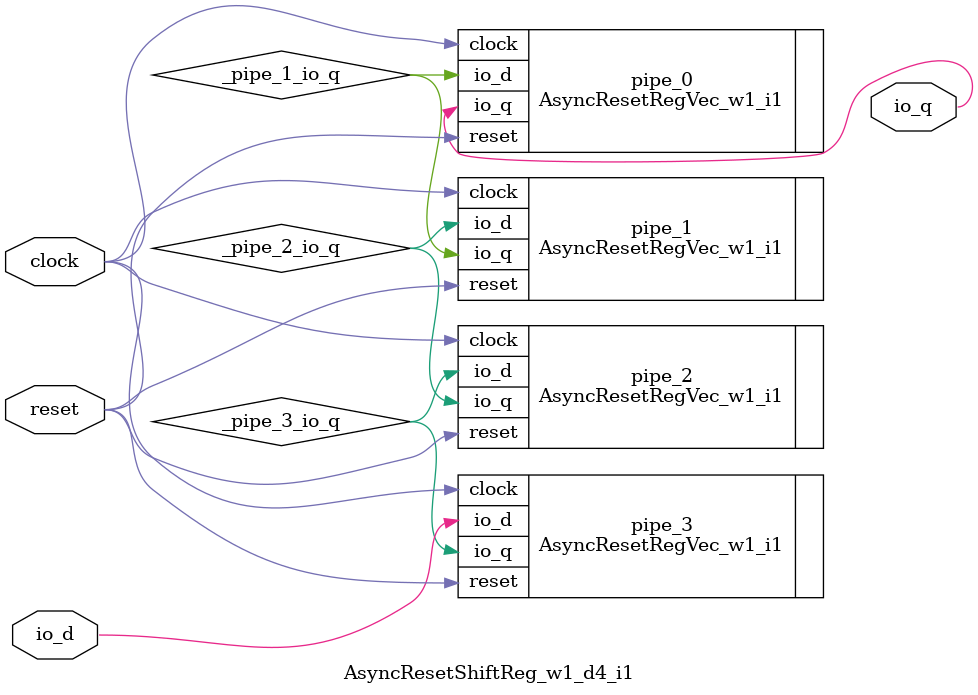
<source format=sv>
`ifndef RANDOMIZE
  `ifdef RANDOMIZE_REG_INIT
    `define RANDOMIZE
  `endif // RANDOMIZE_REG_INIT
`endif // not def RANDOMIZE
`ifndef RANDOMIZE
  `ifdef RANDOMIZE_MEM_INIT
    `define RANDOMIZE
  `endif // RANDOMIZE_MEM_INIT
`endif // not def RANDOMIZE

`ifndef RANDOM
  `define RANDOM $random
`endif // not def RANDOM

// Users can define 'PRINTF_COND' to add an extra gate to prints.
`ifndef PRINTF_COND_
  `ifdef PRINTF_COND
    `define PRINTF_COND_ (`PRINTF_COND)
  `else  // PRINTF_COND
    `define PRINTF_COND_ 1
  `endif // PRINTF_COND
`endif // not def PRINTF_COND_

// Users can define 'ASSERT_VERBOSE_COND' to add an extra gate to assert error printing.
`ifndef ASSERT_VERBOSE_COND_
  `ifdef ASSERT_VERBOSE_COND
    `define ASSERT_VERBOSE_COND_ (`ASSERT_VERBOSE_COND)
  `else  // ASSERT_VERBOSE_COND
    `define ASSERT_VERBOSE_COND_ 1
  `endif // ASSERT_VERBOSE_COND
`endif // not def ASSERT_VERBOSE_COND_

// Users can define 'STOP_COND' to add an extra gate to stop conditions.
`ifndef STOP_COND_
  `ifdef STOP_COND
    `define STOP_COND_ (`STOP_COND)
  `else  // STOP_COND
    `define STOP_COND_ 1
  `endif // STOP_COND
`endif // not def STOP_COND_

// Users can define INIT_RANDOM as general code that gets injected into the
// initializer block for modules with registers.
`ifndef INIT_RANDOM
  `define INIT_RANDOM
`endif // not def INIT_RANDOM

// If using random initialization, you can also define RANDOMIZE_DELAY to
// customize the delay used, otherwise 0.002 is used.
`ifndef RANDOMIZE_DELAY
  `define RANDOMIZE_DELAY 0.002
`endif // not def RANDOMIZE_DELAY

// Define INIT_RANDOM_PROLOG_ for use in our modules below.
`ifndef INIT_RANDOM_PROLOG_
  `ifdef RANDOMIZE
    `ifdef VERILATOR
      `define INIT_RANDOM_PROLOG_ `INIT_RANDOM
    `else  // VERILATOR
      `define INIT_RANDOM_PROLOG_ `INIT_RANDOM #`RANDOMIZE_DELAY begin end
    `endif // VERILATOR
  `else  // RANDOMIZE
    `define INIT_RANDOM_PROLOG_
  `endif // RANDOMIZE
`endif // not def INIT_RANDOM_PROLOG_

// Include register initializers in init blocks unless synthesis is set
`ifndef SYNTHESIS
  `ifndef ENABLE_INITIAL_REG_
    `define ENABLE_INITIAL_REG_
  `endif // not def ENABLE_INITIAL_REG_
`endif // not def SYNTHESIS

// Include rmemory initializers in init blocks unless synthesis is set
`ifndef SYNTHESIS
  `ifndef ENABLE_INITIAL_MEM_
    `define ENABLE_INITIAL_MEM_
  `endif // not def ENABLE_INITIAL_MEM_
`endif // not def SYNTHESIS

module AsyncResetShiftReg_w1_d4_i1(
  input  clock,
         reset,
         io_d,	// @[generators/rocket-chip/src/main/scala/util/ShiftReg.scala:36:14]
  output io_q	// @[generators/rocket-chip/src/main/scala/util/ShiftReg.scala:36:14]
);

  wire _pipe_3_io_q;	// @[generators/rocket-chip/src/main/scala/util/ShiftReg.scala:58:12]
  wire _pipe_2_io_q;	// @[generators/rocket-chip/src/main/scala/util/ShiftReg.scala:58:12]
  wire _pipe_1_io_q;	// @[generators/rocket-chip/src/main/scala/util/ShiftReg.scala:58:12]
  AsyncResetRegVec_w1_i1 pipe_0 (	// @[generators/rocket-chip/src/main/scala/util/ShiftReg.scala:58:12]
    .clock (clock),
    .reset (reset),
    .io_d  (_pipe_1_io_q),	// @[generators/rocket-chip/src/main/scala/util/ShiftReg.scala:58:12]
    .io_q  (io_q)
  );
  AsyncResetRegVec_w1_i1 pipe_1 (	// @[generators/rocket-chip/src/main/scala/util/ShiftReg.scala:58:12]
    .clock (clock),
    .reset (reset),
    .io_d  (_pipe_2_io_q),	// @[generators/rocket-chip/src/main/scala/util/ShiftReg.scala:58:12]
    .io_q  (_pipe_1_io_q)
  );
  AsyncResetRegVec_w1_i1 pipe_2 (	// @[generators/rocket-chip/src/main/scala/util/ShiftReg.scala:58:12]
    .clock (clock),
    .reset (reset),
    .io_d  (_pipe_3_io_q),	// @[generators/rocket-chip/src/main/scala/util/ShiftReg.scala:58:12]
    .io_q  (_pipe_2_io_q)
  );
  AsyncResetRegVec_w1_i1 pipe_3 (	// @[generators/rocket-chip/src/main/scala/util/ShiftReg.scala:58:12]
    .clock (clock),
    .reset (reset),
    .io_d  (io_d),
    .io_q  (_pipe_3_io_q)
  );
endmodule


</source>
